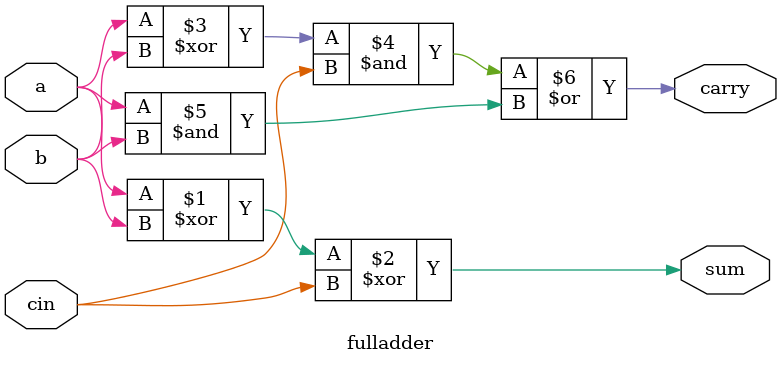
<source format=v>
module fulladder(a,b,cin,sum,carry);
input a,b,cin;
output sum,carry;
assign sum=a^b^cin;
assign carry =(a^b)&cin|a&b;
endmodule

</source>
